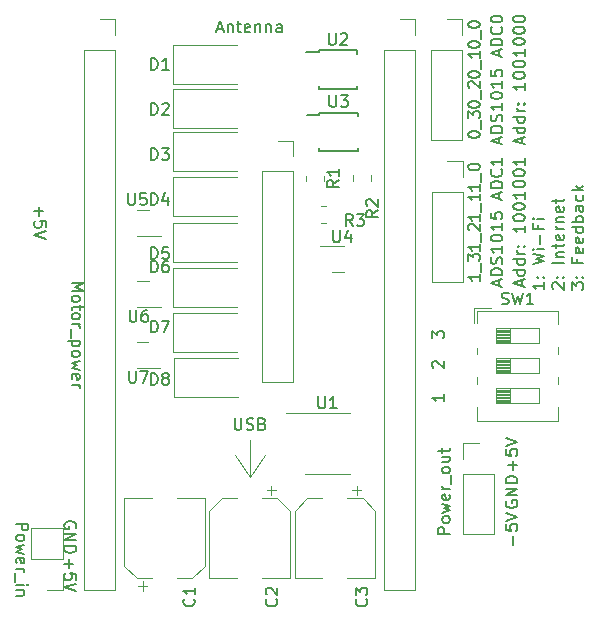
<source format=gbr>
%TF.GenerationSoftware,KiCad,Pcbnew,(5.1.10)-1*%
%TF.CreationDate,2022-01-17T10:12:51+08:00*%
%TF.ProjectId,armband_controller_ver2.0,61726d62-616e-4645-9f63-6f6e74726f6c,rev?*%
%TF.SameCoordinates,PX8a12ae0PY621abf0*%
%TF.FileFunction,Legend,Top*%
%TF.FilePolarity,Positive*%
%FSLAX46Y46*%
G04 Gerber Fmt 4.6, Leading zero omitted, Abs format (unit mm)*
G04 Created by KiCad (PCBNEW (5.1.10)-1) date 2022-01-17 10:12:51*
%MOMM*%
%LPD*%
G01*
G04 APERTURE LIST*
%ADD10C,0.150000*%
%ADD11C,0.120000*%
G04 APERTURE END LIST*
D10*
X45284380Y28545405D02*
X45284380Y27973977D01*
X45284380Y28259691D02*
X44284380Y28259691D01*
X44427238Y28164453D01*
X44522476Y28069215D01*
X44570095Y27973977D01*
X45189142Y28973977D02*
X45236761Y29021596D01*
X45284380Y28973977D01*
X45236761Y28926358D01*
X45189142Y28973977D01*
X45284380Y28973977D01*
X44665333Y28973977D02*
X44712952Y29021596D01*
X44760571Y28973977D01*
X44712952Y28926358D01*
X44665333Y28973977D01*
X44760571Y28973977D01*
X44284380Y30116834D02*
X45284380Y30354929D01*
X44570095Y30545405D01*
X45284380Y30735881D01*
X44284380Y30973977D01*
X45284380Y31354929D02*
X44617714Y31354929D01*
X44284380Y31354929D02*
X44332000Y31307310D01*
X44379619Y31354929D01*
X44332000Y31402548D01*
X44284380Y31354929D01*
X44379619Y31354929D01*
X44903428Y31831120D02*
X44903428Y32593024D01*
X44760571Y33402548D02*
X44760571Y33069215D01*
X45284380Y33069215D02*
X44284380Y33069215D01*
X44284380Y33545405D01*
X45284380Y33926358D02*
X44617714Y33926358D01*
X44284380Y33926358D02*
X44332000Y33878739D01*
X44379619Y33926358D01*
X44332000Y33973977D01*
X44284380Y33926358D01*
X44379619Y33926358D01*
X46029619Y27973977D02*
X45982000Y28021596D01*
X45934380Y28116834D01*
X45934380Y28354929D01*
X45982000Y28450167D01*
X46029619Y28497786D01*
X46124857Y28545405D01*
X46220095Y28545405D01*
X46362952Y28497786D01*
X46934380Y27926358D01*
X46934380Y28545405D01*
X46839142Y28973977D02*
X46886761Y29021596D01*
X46934380Y28973977D01*
X46886761Y28926358D01*
X46839142Y28973977D01*
X46934380Y28973977D01*
X46315333Y28973977D02*
X46362952Y29021596D01*
X46410571Y28973977D01*
X46362952Y28926358D01*
X46315333Y28973977D01*
X46410571Y28973977D01*
X46934380Y30212072D02*
X45934380Y30212072D01*
X46267714Y30688262D02*
X46934380Y30688262D01*
X46362952Y30688262D02*
X46315333Y30735881D01*
X46267714Y30831120D01*
X46267714Y30973977D01*
X46315333Y31069215D01*
X46410571Y31116834D01*
X46934380Y31116834D01*
X46267714Y31450167D02*
X46267714Y31831120D01*
X45934380Y31593024D02*
X46791523Y31593024D01*
X46886761Y31640643D01*
X46934380Y31735881D01*
X46934380Y31831120D01*
X46886761Y32545405D02*
X46934380Y32450167D01*
X46934380Y32259691D01*
X46886761Y32164453D01*
X46791523Y32116834D01*
X46410571Y32116834D01*
X46315333Y32164453D01*
X46267714Y32259691D01*
X46267714Y32450167D01*
X46315333Y32545405D01*
X46410571Y32593024D01*
X46505809Y32593024D01*
X46601047Y32116834D01*
X46934380Y33021596D02*
X46267714Y33021596D01*
X46458190Y33021596D02*
X46362952Y33069215D01*
X46315333Y33116834D01*
X46267714Y33212072D01*
X46267714Y33307310D01*
X46267714Y33640643D02*
X46934380Y33640643D01*
X46362952Y33640643D02*
X46315333Y33688262D01*
X46267714Y33783500D01*
X46267714Y33926358D01*
X46315333Y34021596D01*
X46410571Y34069215D01*
X46934380Y34069215D01*
X46886761Y34926358D02*
X46934380Y34831120D01*
X46934380Y34640643D01*
X46886761Y34545405D01*
X46791523Y34497786D01*
X46410571Y34497786D01*
X46315333Y34545405D01*
X46267714Y34640643D01*
X46267714Y34831120D01*
X46315333Y34926358D01*
X46410571Y34973977D01*
X46505809Y34973977D01*
X46601047Y34497786D01*
X46267714Y35259691D02*
X46267714Y35640643D01*
X45934380Y35402548D02*
X46791523Y35402548D01*
X46886761Y35450167D01*
X46934380Y35545405D01*
X46934380Y35640643D01*
X47584380Y27926358D02*
X47584380Y28545405D01*
X47965333Y28212072D01*
X47965333Y28354929D01*
X48012952Y28450167D01*
X48060571Y28497786D01*
X48155809Y28545405D01*
X48393904Y28545405D01*
X48489142Y28497786D01*
X48536761Y28450167D01*
X48584380Y28354929D01*
X48584380Y28069215D01*
X48536761Y27973977D01*
X48489142Y27926358D01*
X48489142Y28973977D02*
X48536761Y29021596D01*
X48584380Y28973977D01*
X48536761Y28926358D01*
X48489142Y28973977D01*
X48584380Y28973977D01*
X47965333Y28973977D02*
X48012952Y29021596D01*
X48060571Y28973977D01*
X48012952Y28926358D01*
X47965333Y28973977D01*
X48060571Y28973977D01*
X48060571Y30545405D02*
X48060571Y30212072D01*
X48584380Y30212072D02*
X47584380Y30212072D01*
X47584380Y30688262D01*
X48536761Y31450167D02*
X48584380Y31354929D01*
X48584380Y31164453D01*
X48536761Y31069215D01*
X48441523Y31021596D01*
X48060571Y31021596D01*
X47965333Y31069215D01*
X47917714Y31164453D01*
X47917714Y31354929D01*
X47965333Y31450167D01*
X48060571Y31497786D01*
X48155809Y31497786D01*
X48251047Y31021596D01*
X48536761Y32307310D02*
X48584380Y32212072D01*
X48584380Y32021596D01*
X48536761Y31926358D01*
X48441523Y31878739D01*
X48060571Y31878739D01*
X47965333Y31926358D01*
X47917714Y32021596D01*
X47917714Y32212072D01*
X47965333Y32307310D01*
X48060571Y32354929D01*
X48155809Y32354929D01*
X48251047Y31878739D01*
X48584380Y33212072D02*
X47584380Y33212072D01*
X48536761Y33212072D02*
X48584380Y33116834D01*
X48584380Y32926358D01*
X48536761Y32831120D01*
X48489142Y32783500D01*
X48393904Y32735881D01*
X48108190Y32735881D01*
X48012952Y32783500D01*
X47965333Y32831120D01*
X47917714Y32926358D01*
X47917714Y33116834D01*
X47965333Y33212072D01*
X48584380Y33688262D02*
X47584380Y33688262D01*
X47965333Y33688262D02*
X47917714Y33783500D01*
X47917714Y33973977D01*
X47965333Y34069215D01*
X48012952Y34116834D01*
X48108190Y34164453D01*
X48393904Y34164453D01*
X48489142Y34116834D01*
X48536761Y34069215D01*
X48584380Y33973977D01*
X48584380Y33783500D01*
X48536761Y33688262D01*
X48584380Y35021596D02*
X48060571Y35021596D01*
X47965333Y34973977D01*
X47917714Y34878739D01*
X47917714Y34688262D01*
X47965333Y34593024D01*
X48536761Y35021596D02*
X48584380Y34926358D01*
X48584380Y34688262D01*
X48536761Y34593024D01*
X48441523Y34545405D01*
X48346285Y34545405D01*
X48251047Y34593024D01*
X48203428Y34688262D01*
X48203428Y34926358D01*
X48155809Y35021596D01*
X48536761Y35926358D02*
X48584380Y35831120D01*
X48584380Y35640643D01*
X48536761Y35545405D01*
X48489142Y35497786D01*
X48393904Y35450167D01*
X48108190Y35450167D01*
X48012952Y35497786D01*
X47965333Y35545405D01*
X47917714Y35640643D01*
X47917714Y35831120D01*
X47965333Y35926358D01*
X48584380Y36354929D02*
X47584380Y36354929D01*
X48203428Y36450167D02*
X48584380Y36735881D01*
X47917714Y36735881D02*
X48298666Y36354929D01*
X35774380Y23796667D02*
X35774380Y24415715D01*
X36155333Y24082381D01*
X36155333Y24225239D01*
X36202952Y24320477D01*
X36250571Y24368096D01*
X36345809Y24415715D01*
X36583904Y24415715D01*
X36679142Y24368096D01*
X36726761Y24320477D01*
X36774380Y24225239D01*
X36774380Y23939524D01*
X36726761Y23844286D01*
X36679142Y23796667D01*
X35869619Y21304286D02*
X35822000Y21351905D01*
X35774380Y21447143D01*
X35774380Y21685239D01*
X35822000Y21780477D01*
X35869619Y21828096D01*
X35964857Y21875715D01*
X36060095Y21875715D01*
X36202952Y21828096D01*
X36774380Y21256667D01*
X36774380Y21875715D01*
X36774380Y19081715D02*
X36774380Y18510286D01*
X36774380Y18796000D02*
X35774380Y18796000D01*
X35917238Y18700762D01*
X36012476Y18605524D01*
X36060095Y18510286D01*
X17558095Y49998334D02*
X18034285Y49998334D01*
X17462857Y49712620D02*
X17796190Y50712620D01*
X18129523Y49712620D01*
X18462857Y50379286D02*
X18462857Y49712620D01*
X18462857Y50284048D02*
X18510476Y50331667D01*
X18605714Y50379286D01*
X18748571Y50379286D01*
X18843809Y50331667D01*
X18891428Y50236429D01*
X18891428Y49712620D01*
X19224761Y50379286D02*
X19605714Y50379286D01*
X19367619Y50712620D02*
X19367619Y49855477D01*
X19415238Y49760239D01*
X19510476Y49712620D01*
X19605714Y49712620D01*
X20320000Y49760239D02*
X20224761Y49712620D01*
X20034285Y49712620D01*
X19939047Y49760239D01*
X19891428Y49855477D01*
X19891428Y50236429D01*
X19939047Y50331667D01*
X20034285Y50379286D01*
X20224761Y50379286D01*
X20320000Y50331667D01*
X20367619Y50236429D01*
X20367619Y50141191D01*
X19891428Y50045953D01*
X20796190Y50379286D02*
X20796190Y49712620D01*
X20796190Y50284048D02*
X20843809Y50331667D01*
X20939047Y50379286D01*
X21081904Y50379286D01*
X21177142Y50331667D01*
X21224761Y50236429D01*
X21224761Y49712620D01*
X21700952Y50379286D02*
X21700952Y49712620D01*
X21700952Y50284048D02*
X21748571Y50331667D01*
X21843809Y50379286D01*
X21986666Y50379286D01*
X22081904Y50331667D01*
X22129523Y50236429D01*
X22129523Y49712620D01*
X23034285Y49712620D02*
X23034285Y50236429D01*
X22986666Y50331667D01*
X22891428Y50379286D01*
X22700952Y50379286D01*
X22605714Y50331667D01*
X23034285Y49760239D02*
X22939047Y49712620D01*
X22700952Y49712620D01*
X22605714Y49760239D01*
X22558095Y49855477D01*
X22558095Y49950715D01*
X22605714Y50045953D01*
X22700952Y50093572D01*
X22939047Y50093572D01*
X23034285Y50141191D01*
D11*
X20320000Y12065000D02*
X21590000Y13970000D01*
X20320000Y12065000D02*
X19050000Y13970000D01*
X20320000Y15240000D02*
X20320000Y12065000D01*
D10*
X19058095Y17057620D02*
X19058095Y16248096D01*
X19105714Y16152858D01*
X19153333Y16105239D01*
X19248571Y16057620D01*
X19439047Y16057620D01*
X19534285Y16105239D01*
X19581904Y16152858D01*
X19629523Y16248096D01*
X19629523Y17057620D01*
X20058095Y16105239D02*
X20200952Y16057620D01*
X20439047Y16057620D01*
X20534285Y16105239D01*
X20581904Y16152858D01*
X20629523Y16248096D01*
X20629523Y16343334D01*
X20581904Y16438572D01*
X20534285Y16486191D01*
X20439047Y16533810D01*
X20248571Y16581429D01*
X20153333Y16629048D01*
X20105714Y16676667D01*
X20058095Y16771905D01*
X20058095Y16867143D01*
X20105714Y16962381D01*
X20153333Y17010000D01*
X20248571Y17057620D01*
X20486666Y17057620D01*
X20629523Y17010000D01*
X21391428Y16581429D02*
X21534285Y16533810D01*
X21581904Y16486191D01*
X21629523Y16390953D01*
X21629523Y16248096D01*
X21581904Y16152858D01*
X21534285Y16105239D01*
X21439047Y16057620D01*
X21058095Y16057620D01*
X21058095Y17057620D01*
X21391428Y17057620D01*
X21486666Y17010000D01*
X21534285Y16962381D01*
X21581904Y16867143D01*
X21581904Y16771905D01*
X21534285Y16676667D01*
X21486666Y16629048D01*
X21391428Y16581429D01*
X21058095Y16581429D01*
X2468571Y34940715D02*
X2468571Y34178810D01*
X2087619Y34559762D02*
X2849523Y34559762D01*
X3087619Y33226429D02*
X3087619Y33702620D01*
X2611428Y33750239D01*
X2659047Y33702620D01*
X2706666Y33607381D01*
X2706666Y33369286D01*
X2659047Y33274048D01*
X2611428Y33226429D01*
X2516190Y33178810D01*
X2278095Y33178810D01*
X2182857Y33226429D01*
X2135238Y33274048D01*
X2087619Y33369286D01*
X2087619Y33607381D01*
X2135238Y33702620D01*
X2182857Y33750239D01*
X3087619Y32893096D02*
X2087619Y32559762D01*
X3087619Y32226429D01*
X5262619Y28510953D02*
X6262619Y28510953D01*
X5548333Y28177620D01*
X6262619Y27844286D01*
X5262619Y27844286D01*
X5262619Y27225239D02*
X5310238Y27320477D01*
X5357857Y27368096D01*
X5453095Y27415715D01*
X5738809Y27415715D01*
X5834047Y27368096D01*
X5881666Y27320477D01*
X5929285Y27225239D01*
X5929285Y27082381D01*
X5881666Y26987143D01*
X5834047Y26939524D01*
X5738809Y26891905D01*
X5453095Y26891905D01*
X5357857Y26939524D01*
X5310238Y26987143D01*
X5262619Y27082381D01*
X5262619Y27225239D01*
X5929285Y26606191D02*
X5929285Y26225239D01*
X6262619Y26463334D02*
X5405476Y26463334D01*
X5310238Y26415715D01*
X5262619Y26320477D01*
X5262619Y26225239D01*
X5262619Y25749048D02*
X5310238Y25844286D01*
X5357857Y25891905D01*
X5453095Y25939524D01*
X5738809Y25939524D01*
X5834047Y25891905D01*
X5881666Y25844286D01*
X5929285Y25749048D01*
X5929285Y25606191D01*
X5881666Y25510953D01*
X5834047Y25463334D01*
X5738809Y25415715D01*
X5453095Y25415715D01*
X5357857Y25463334D01*
X5310238Y25510953D01*
X5262619Y25606191D01*
X5262619Y25749048D01*
X5262619Y24987143D02*
X5929285Y24987143D01*
X5738809Y24987143D02*
X5834047Y24939524D01*
X5881666Y24891905D01*
X5929285Y24796667D01*
X5929285Y24701429D01*
X5167380Y24606191D02*
X5167380Y23844286D01*
X5929285Y23606191D02*
X4929285Y23606191D01*
X5881666Y23606191D02*
X5929285Y23510953D01*
X5929285Y23320477D01*
X5881666Y23225239D01*
X5834047Y23177620D01*
X5738809Y23130000D01*
X5453095Y23130000D01*
X5357857Y23177620D01*
X5310238Y23225239D01*
X5262619Y23320477D01*
X5262619Y23510953D01*
X5310238Y23606191D01*
X5262619Y22558572D02*
X5310238Y22653810D01*
X5357857Y22701429D01*
X5453095Y22749048D01*
X5738809Y22749048D01*
X5834047Y22701429D01*
X5881666Y22653810D01*
X5929285Y22558572D01*
X5929285Y22415715D01*
X5881666Y22320477D01*
X5834047Y22272858D01*
X5738809Y22225239D01*
X5453095Y22225239D01*
X5357857Y22272858D01*
X5310238Y22320477D01*
X5262619Y22415715D01*
X5262619Y22558572D01*
X5929285Y21891905D02*
X5262619Y21701429D01*
X5738809Y21510953D01*
X5262619Y21320477D01*
X5929285Y21130000D01*
X5310238Y20368096D02*
X5262619Y20463334D01*
X5262619Y20653810D01*
X5310238Y20749048D01*
X5405476Y20796667D01*
X5786428Y20796667D01*
X5881666Y20749048D01*
X5929285Y20653810D01*
X5929285Y20463334D01*
X5881666Y20368096D01*
X5786428Y20320477D01*
X5691190Y20320477D01*
X5595952Y20796667D01*
X5262619Y19891905D02*
X5929285Y19891905D01*
X5738809Y19891905D02*
X5834047Y19844286D01*
X5881666Y19796667D01*
X5929285Y19701429D01*
X5929285Y19606191D01*
X5008571Y5095715D02*
X5008571Y4333810D01*
X4627619Y4714762D02*
X5389523Y4714762D01*
X5627619Y3381429D02*
X5627619Y3857620D01*
X5151428Y3905239D01*
X5199047Y3857620D01*
X5246666Y3762381D01*
X5246666Y3524286D01*
X5199047Y3429048D01*
X5151428Y3381429D01*
X5056190Y3333810D01*
X4818095Y3333810D01*
X4722857Y3381429D01*
X4675238Y3429048D01*
X4627619Y3524286D01*
X4627619Y3762381D01*
X4675238Y3857620D01*
X4722857Y3905239D01*
X5627619Y3048096D02*
X4627619Y2714762D01*
X5627619Y2381429D01*
X5580000Y7746905D02*
X5627619Y7842143D01*
X5627619Y7985000D01*
X5580000Y8127858D01*
X5484761Y8223096D01*
X5389523Y8270715D01*
X5199047Y8318334D01*
X5056190Y8318334D01*
X4865714Y8270715D01*
X4770476Y8223096D01*
X4675238Y8127858D01*
X4627619Y7985000D01*
X4627619Y7889762D01*
X4675238Y7746905D01*
X4722857Y7699286D01*
X5056190Y7699286D01*
X5056190Y7889762D01*
X4627619Y7270715D02*
X5627619Y7270715D01*
X4627619Y6699286D01*
X5627619Y6699286D01*
X4627619Y6223096D02*
X5627619Y6223096D01*
X5627619Y5985000D01*
X5580000Y5842143D01*
X5484761Y5746905D01*
X5389523Y5699286D01*
X5199047Y5651667D01*
X5056190Y5651667D01*
X4865714Y5699286D01*
X4770476Y5746905D01*
X4675238Y5842143D01*
X4627619Y5985000D01*
X4627619Y6223096D01*
X42616428Y6334286D02*
X42616428Y7096191D01*
X41997380Y8048572D02*
X41997380Y7572381D01*
X42473571Y7524762D01*
X42425952Y7572381D01*
X42378333Y7667620D01*
X42378333Y7905715D01*
X42425952Y8000953D01*
X42473571Y8048572D01*
X42568809Y8096191D01*
X42806904Y8096191D01*
X42902142Y8048572D01*
X42949761Y8000953D01*
X42997380Y7905715D01*
X42997380Y7667620D01*
X42949761Y7572381D01*
X42902142Y7524762D01*
X41997380Y8381905D02*
X42997380Y8715239D01*
X41997380Y9048572D01*
X42045000Y10033096D02*
X41997380Y9937858D01*
X41997380Y9795000D01*
X42045000Y9652143D01*
X42140238Y9556905D01*
X42235476Y9509286D01*
X42425952Y9461667D01*
X42568809Y9461667D01*
X42759285Y9509286D01*
X42854523Y9556905D01*
X42949761Y9652143D01*
X42997380Y9795000D01*
X42997380Y9890239D01*
X42949761Y10033096D01*
X42902142Y10080715D01*
X42568809Y10080715D01*
X42568809Y9890239D01*
X42997380Y10509286D02*
X41997380Y10509286D01*
X42997380Y11080715D01*
X41997380Y11080715D01*
X42997380Y11556905D02*
X41997380Y11556905D01*
X41997380Y11795000D01*
X42045000Y11937858D01*
X42140238Y12033096D01*
X42235476Y12080715D01*
X42425952Y12128334D01*
X42568809Y12128334D01*
X42759285Y12080715D01*
X42854523Y12033096D01*
X42949761Y11937858D01*
X42997380Y11795000D01*
X42997380Y11556905D01*
X42616428Y12684286D02*
X42616428Y13446191D01*
X42997380Y13065239D02*
X42235476Y13065239D01*
X41997380Y14398572D02*
X41997380Y13922381D01*
X42473571Y13874762D01*
X42425952Y13922381D01*
X42378333Y14017620D01*
X42378333Y14255715D01*
X42425952Y14350953D01*
X42473571Y14398572D01*
X42568809Y14446191D01*
X42806904Y14446191D01*
X42902142Y14398572D01*
X42949761Y14350953D01*
X42997380Y14255715D01*
X42997380Y14017620D01*
X42949761Y13922381D01*
X42902142Y13874762D01*
X41997380Y14731905D02*
X42997380Y15065239D01*
X41997380Y15398572D01*
X39822380Y29273572D02*
X39822380Y28702143D01*
X39822380Y28987858D02*
X38822380Y28987858D01*
X38965238Y28892620D01*
X39060476Y28797381D01*
X39108095Y28702143D01*
X39917619Y29464048D02*
X39917619Y30225953D01*
X38822380Y30368810D02*
X38822380Y30987858D01*
X39203333Y30654524D01*
X39203333Y30797381D01*
X39250952Y30892620D01*
X39298571Y30940239D01*
X39393809Y30987858D01*
X39631904Y30987858D01*
X39727142Y30940239D01*
X39774761Y30892620D01*
X39822380Y30797381D01*
X39822380Y30511667D01*
X39774761Y30416429D01*
X39727142Y30368810D01*
X39822380Y31813572D02*
X39822380Y31242143D01*
X39822380Y31527858D02*
X38822380Y31527858D01*
X38965238Y31432620D01*
X39060476Y31337381D01*
X39108095Y31242143D01*
X39917619Y32004048D02*
X39917619Y32765953D01*
X38917619Y32956429D02*
X38870000Y33004048D01*
X38822380Y33099286D01*
X38822380Y33337381D01*
X38870000Y33432620D01*
X38917619Y33480239D01*
X39012857Y33527858D01*
X39108095Y33527858D01*
X39250952Y33480239D01*
X39822380Y32908810D01*
X39822380Y33527858D01*
X39822380Y34353572D02*
X39822380Y33782143D01*
X39822380Y34067858D02*
X38822380Y34067858D01*
X38965238Y33972620D01*
X39060476Y33877381D01*
X39108095Y33782143D01*
X39917619Y34544048D02*
X39917619Y35305953D01*
X39822380Y36067858D02*
X39822380Y35496429D01*
X39822380Y35782143D02*
X38822380Y35782143D01*
X38965238Y35686905D01*
X39060476Y35591667D01*
X39108095Y35496429D01*
X39822380Y36893572D02*
X39822380Y36322143D01*
X39822380Y36607858D02*
X38822380Y36607858D01*
X38965238Y36512620D01*
X39060476Y36417381D01*
X39108095Y36322143D01*
X39917619Y37084048D02*
X39917619Y37845953D01*
X38822380Y38274524D02*
X38822380Y38369762D01*
X38870000Y38465000D01*
X38917619Y38512620D01*
X39012857Y38560239D01*
X39203333Y38607858D01*
X39441428Y38607858D01*
X39631904Y38560239D01*
X39727142Y38512620D01*
X39774761Y38465000D01*
X39822380Y38369762D01*
X39822380Y38274524D01*
X39774761Y38179286D01*
X39727142Y38131667D01*
X39631904Y38084048D01*
X39441428Y38036429D01*
X39203333Y38036429D01*
X39012857Y38084048D01*
X38917619Y38131667D01*
X38870000Y38179286D01*
X38822380Y38274524D01*
X38822380Y41005239D02*
X38822380Y41100477D01*
X38870000Y41195715D01*
X38917619Y41243334D01*
X39012857Y41290953D01*
X39203333Y41338572D01*
X39441428Y41338572D01*
X39631904Y41290953D01*
X39727142Y41243334D01*
X39774761Y41195715D01*
X39822380Y41100477D01*
X39822380Y41005239D01*
X39774761Y40910000D01*
X39727142Y40862381D01*
X39631904Y40814762D01*
X39441428Y40767143D01*
X39203333Y40767143D01*
X39012857Y40814762D01*
X38917619Y40862381D01*
X38870000Y40910000D01*
X38822380Y41005239D01*
X39917619Y41529048D02*
X39917619Y42290953D01*
X38822380Y42433810D02*
X38822380Y43052858D01*
X39203333Y42719524D01*
X39203333Y42862381D01*
X39250952Y42957620D01*
X39298571Y43005239D01*
X39393809Y43052858D01*
X39631904Y43052858D01*
X39727142Y43005239D01*
X39774761Y42957620D01*
X39822380Y42862381D01*
X39822380Y42576667D01*
X39774761Y42481429D01*
X39727142Y42433810D01*
X38822380Y43545239D02*
X38822380Y43640477D01*
X38870000Y43735715D01*
X38917619Y43783334D01*
X39012857Y43830953D01*
X39203333Y43878572D01*
X39441428Y43878572D01*
X39631904Y43830953D01*
X39727142Y43783334D01*
X39774761Y43735715D01*
X39822380Y43640477D01*
X39822380Y43545239D01*
X39774761Y43450000D01*
X39727142Y43402381D01*
X39631904Y43354762D01*
X39441428Y43307143D01*
X39203333Y43307143D01*
X39012857Y43354762D01*
X38917619Y43402381D01*
X38870000Y43450000D01*
X38822380Y43545239D01*
X39917619Y44069048D02*
X39917619Y44830953D01*
X38917619Y45021429D02*
X38870000Y45069048D01*
X38822380Y45164286D01*
X38822380Y45402381D01*
X38870000Y45497620D01*
X38917619Y45545239D01*
X39012857Y45592858D01*
X39108095Y45592858D01*
X39250952Y45545239D01*
X39822380Y44973810D01*
X39822380Y45592858D01*
X38822380Y46085239D02*
X38822380Y46180477D01*
X38870000Y46275715D01*
X38917619Y46323334D01*
X39012857Y46370953D01*
X39203333Y46418572D01*
X39441428Y46418572D01*
X39631904Y46370953D01*
X39727142Y46323334D01*
X39774761Y46275715D01*
X39822380Y46180477D01*
X39822380Y46085239D01*
X39774761Y45990000D01*
X39727142Y45942381D01*
X39631904Y45894762D01*
X39441428Y45847143D01*
X39203333Y45847143D01*
X39012857Y45894762D01*
X38917619Y45942381D01*
X38870000Y45990000D01*
X38822380Y46085239D01*
X39917619Y46609048D02*
X39917619Y47370953D01*
X39822380Y48132858D02*
X39822380Y47561429D01*
X39822380Y47847143D02*
X38822380Y47847143D01*
X38965238Y47751905D01*
X39060476Y47656667D01*
X39108095Y47561429D01*
X38822380Y48625239D02*
X38822380Y48720477D01*
X38870000Y48815715D01*
X38917619Y48863334D01*
X39012857Y48910953D01*
X39203333Y48958572D01*
X39441428Y48958572D01*
X39631904Y48910953D01*
X39727142Y48863334D01*
X39774761Y48815715D01*
X39822380Y48720477D01*
X39822380Y48625239D01*
X39774761Y48530000D01*
X39727142Y48482381D01*
X39631904Y48434762D01*
X39441428Y48387143D01*
X39203333Y48387143D01*
X39012857Y48434762D01*
X38917619Y48482381D01*
X38870000Y48530000D01*
X38822380Y48625239D01*
X39917619Y49149048D02*
X39917619Y49910953D01*
X38822380Y50339524D02*
X38822380Y50434762D01*
X38870000Y50530000D01*
X38917619Y50577620D01*
X39012857Y50625239D01*
X39203333Y50672858D01*
X39441428Y50672858D01*
X39631904Y50625239D01*
X39727142Y50577620D01*
X39774761Y50530000D01*
X39822380Y50434762D01*
X39822380Y50339524D01*
X39774761Y50244286D01*
X39727142Y50196667D01*
X39631904Y50149048D01*
X39441428Y50101429D01*
X39203333Y50101429D01*
X39012857Y50149048D01*
X38917619Y50196667D01*
X38870000Y50244286D01*
X38822380Y50339524D01*
X43346666Y28250239D02*
X43346666Y28726429D01*
X43632380Y28155000D02*
X42632380Y28488334D01*
X43632380Y28821667D01*
X43632380Y29583572D02*
X42632380Y29583572D01*
X43584761Y29583572D02*
X43632380Y29488334D01*
X43632380Y29297858D01*
X43584761Y29202620D01*
X43537142Y29155000D01*
X43441904Y29107381D01*
X43156190Y29107381D01*
X43060952Y29155000D01*
X43013333Y29202620D01*
X42965714Y29297858D01*
X42965714Y29488334D01*
X43013333Y29583572D01*
X43632380Y30488334D02*
X42632380Y30488334D01*
X43584761Y30488334D02*
X43632380Y30393096D01*
X43632380Y30202620D01*
X43584761Y30107381D01*
X43537142Y30059762D01*
X43441904Y30012143D01*
X43156190Y30012143D01*
X43060952Y30059762D01*
X43013333Y30107381D01*
X42965714Y30202620D01*
X42965714Y30393096D01*
X43013333Y30488334D01*
X43632380Y30964524D02*
X42965714Y30964524D01*
X43156190Y30964524D02*
X43060952Y31012143D01*
X43013333Y31059762D01*
X42965714Y31155000D01*
X42965714Y31250239D01*
X43537142Y31583572D02*
X43584761Y31631191D01*
X43632380Y31583572D01*
X43584761Y31535953D01*
X43537142Y31583572D01*
X43632380Y31583572D01*
X43013333Y31583572D02*
X43060952Y31631191D01*
X43108571Y31583572D01*
X43060952Y31535953D01*
X43013333Y31583572D01*
X43108571Y31583572D01*
X43632380Y33345477D02*
X43632380Y32774048D01*
X43632380Y33059762D02*
X42632380Y33059762D01*
X42775238Y32964524D01*
X42870476Y32869286D01*
X42918095Y32774048D01*
X42632380Y33964524D02*
X42632380Y34059762D01*
X42680000Y34155000D01*
X42727619Y34202620D01*
X42822857Y34250239D01*
X43013333Y34297858D01*
X43251428Y34297858D01*
X43441904Y34250239D01*
X43537142Y34202620D01*
X43584761Y34155000D01*
X43632380Y34059762D01*
X43632380Y33964524D01*
X43584761Y33869286D01*
X43537142Y33821667D01*
X43441904Y33774048D01*
X43251428Y33726429D01*
X43013333Y33726429D01*
X42822857Y33774048D01*
X42727619Y33821667D01*
X42680000Y33869286D01*
X42632380Y33964524D01*
X42632380Y34916905D02*
X42632380Y35012143D01*
X42680000Y35107381D01*
X42727619Y35155000D01*
X42822857Y35202620D01*
X43013333Y35250239D01*
X43251428Y35250239D01*
X43441904Y35202620D01*
X43537142Y35155000D01*
X43584761Y35107381D01*
X43632380Y35012143D01*
X43632380Y34916905D01*
X43584761Y34821667D01*
X43537142Y34774048D01*
X43441904Y34726429D01*
X43251428Y34678810D01*
X43013333Y34678810D01*
X42822857Y34726429D01*
X42727619Y34774048D01*
X42680000Y34821667D01*
X42632380Y34916905D01*
X43632380Y36202620D02*
X43632380Y35631191D01*
X43632380Y35916905D02*
X42632380Y35916905D01*
X42775238Y35821667D01*
X42870476Y35726429D01*
X42918095Y35631191D01*
X42632380Y36821667D02*
X42632380Y36916905D01*
X42680000Y37012143D01*
X42727619Y37059762D01*
X42822857Y37107381D01*
X43013333Y37155000D01*
X43251428Y37155000D01*
X43441904Y37107381D01*
X43537142Y37059762D01*
X43584761Y37012143D01*
X43632380Y36916905D01*
X43632380Y36821667D01*
X43584761Y36726429D01*
X43537142Y36678810D01*
X43441904Y36631191D01*
X43251428Y36583572D01*
X43013333Y36583572D01*
X42822857Y36631191D01*
X42727619Y36678810D01*
X42680000Y36726429D01*
X42632380Y36821667D01*
X42632380Y37774048D02*
X42632380Y37869286D01*
X42680000Y37964524D01*
X42727619Y38012143D01*
X42822857Y38059762D01*
X43013333Y38107381D01*
X43251428Y38107381D01*
X43441904Y38059762D01*
X43537142Y38012143D01*
X43584761Y37964524D01*
X43632380Y37869286D01*
X43632380Y37774048D01*
X43584761Y37678810D01*
X43537142Y37631191D01*
X43441904Y37583572D01*
X43251428Y37535953D01*
X43013333Y37535953D01*
X42822857Y37583572D01*
X42727619Y37631191D01*
X42680000Y37678810D01*
X42632380Y37774048D01*
X43632380Y39059762D02*
X43632380Y38488334D01*
X43632380Y38774048D02*
X42632380Y38774048D01*
X42775238Y38678810D01*
X42870476Y38583572D01*
X42918095Y38488334D01*
X43346666Y40315239D02*
X43346666Y40791429D01*
X43632380Y40220000D02*
X42632380Y40553334D01*
X43632380Y40886667D01*
X43632380Y41648572D02*
X42632380Y41648572D01*
X43584761Y41648572D02*
X43632380Y41553334D01*
X43632380Y41362858D01*
X43584761Y41267620D01*
X43537142Y41220000D01*
X43441904Y41172381D01*
X43156190Y41172381D01*
X43060952Y41220000D01*
X43013333Y41267620D01*
X42965714Y41362858D01*
X42965714Y41553334D01*
X43013333Y41648572D01*
X43632380Y42553334D02*
X42632380Y42553334D01*
X43584761Y42553334D02*
X43632380Y42458096D01*
X43632380Y42267620D01*
X43584761Y42172381D01*
X43537142Y42124762D01*
X43441904Y42077143D01*
X43156190Y42077143D01*
X43060952Y42124762D01*
X43013333Y42172381D01*
X42965714Y42267620D01*
X42965714Y42458096D01*
X43013333Y42553334D01*
X43632380Y43029524D02*
X42965714Y43029524D01*
X43156190Y43029524D02*
X43060952Y43077143D01*
X43013333Y43124762D01*
X42965714Y43220000D01*
X42965714Y43315239D01*
X43537142Y43648572D02*
X43584761Y43696191D01*
X43632380Y43648572D01*
X43584761Y43600953D01*
X43537142Y43648572D01*
X43632380Y43648572D01*
X43013333Y43648572D02*
X43060952Y43696191D01*
X43108571Y43648572D01*
X43060952Y43600953D01*
X43013333Y43648572D01*
X43108571Y43648572D01*
X43632380Y45410477D02*
X43632380Y44839048D01*
X43632380Y45124762D02*
X42632380Y45124762D01*
X42775238Y45029524D01*
X42870476Y44934286D01*
X42918095Y44839048D01*
X42632380Y46029524D02*
X42632380Y46124762D01*
X42680000Y46220000D01*
X42727619Y46267620D01*
X42822857Y46315239D01*
X43013333Y46362858D01*
X43251428Y46362858D01*
X43441904Y46315239D01*
X43537142Y46267620D01*
X43584761Y46220000D01*
X43632380Y46124762D01*
X43632380Y46029524D01*
X43584761Y45934286D01*
X43537142Y45886667D01*
X43441904Y45839048D01*
X43251428Y45791429D01*
X43013333Y45791429D01*
X42822857Y45839048D01*
X42727619Y45886667D01*
X42680000Y45934286D01*
X42632380Y46029524D01*
X42632380Y46981905D02*
X42632380Y47077143D01*
X42680000Y47172381D01*
X42727619Y47220000D01*
X42822857Y47267620D01*
X43013333Y47315239D01*
X43251428Y47315239D01*
X43441904Y47267620D01*
X43537142Y47220000D01*
X43584761Y47172381D01*
X43632380Y47077143D01*
X43632380Y46981905D01*
X43584761Y46886667D01*
X43537142Y46839048D01*
X43441904Y46791429D01*
X43251428Y46743810D01*
X43013333Y46743810D01*
X42822857Y46791429D01*
X42727619Y46839048D01*
X42680000Y46886667D01*
X42632380Y46981905D01*
X43632380Y48267620D02*
X43632380Y47696191D01*
X43632380Y47981905D02*
X42632380Y47981905D01*
X42775238Y47886667D01*
X42870476Y47791429D01*
X42918095Y47696191D01*
X42632380Y48886667D02*
X42632380Y48981905D01*
X42680000Y49077143D01*
X42727619Y49124762D01*
X42822857Y49172381D01*
X43013333Y49220000D01*
X43251428Y49220000D01*
X43441904Y49172381D01*
X43537142Y49124762D01*
X43584761Y49077143D01*
X43632380Y48981905D01*
X43632380Y48886667D01*
X43584761Y48791429D01*
X43537142Y48743810D01*
X43441904Y48696191D01*
X43251428Y48648572D01*
X43013333Y48648572D01*
X42822857Y48696191D01*
X42727619Y48743810D01*
X42680000Y48791429D01*
X42632380Y48886667D01*
X42632380Y49839048D02*
X42632380Y49934286D01*
X42680000Y50029524D01*
X42727619Y50077143D01*
X42822857Y50124762D01*
X43013333Y50172381D01*
X43251428Y50172381D01*
X43441904Y50124762D01*
X43537142Y50077143D01*
X43584761Y50029524D01*
X43632380Y49934286D01*
X43632380Y49839048D01*
X43584761Y49743810D01*
X43537142Y49696191D01*
X43441904Y49648572D01*
X43251428Y49600953D01*
X43013333Y49600953D01*
X42822857Y49648572D01*
X42727619Y49696191D01*
X42680000Y49743810D01*
X42632380Y49839048D01*
X42632380Y50791429D02*
X42632380Y50886667D01*
X42680000Y50981905D01*
X42727619Y51029524D01*
X42822857Y51077143D01*
X43013333Y51124762D01*
X43251428Y51124762D01*
X43441904Y51077143D01*
X43537142Y51029524D01*
X43584761Y50981905D01*
X43632380Y50886667D01*
X43632380Y50791429D01*
X43584761Y50696191D01*
X43537142Y50648572D01*
X43441904Y50600953D01*
X43251428Y50553334D01*
X43013333Y50553334D01*
X42822857Y50600953D01*
X42727619Y50648572D01*
X42680000Y50696191D01*
X42632380Y50791429D01*
X41441666Y28250239D02*
X41441666Y28726429D01*
X41727380Y28155000D02*
X40727380Y28488334D01*
X41727380Y28821667D01*
X41727380Y29155000D02*
X40727380Y29155000D01*
X40727380Y29393096D01*
X40775000Y29535953D01*
X40870238Y29631191D01*
X40965476Y29678810D01*
X41155952Y29726429D01*
X41298809Y29726429D01*
X41489285Y29678810D01*
X41584523Y29631191D01*
X41679761Y29535953D01*
X41727380Y29393096D01*
X41727380Y29155000D01*
X41679761Y30107381D02*
X41727380Y30250239D01*
X41727380Y30488334D01*
X41679761Y30583572D01*
X41632142Y30631191D01*
X41536904Y30678810D01*
X41441666Y30678810D01*
X41346428Y30631191D01*
X41298809Y30583572D01*
X41251190Y30488334D01*
X41203571Y30297858D01*
X41155952Y30202620D01*
X41108333Y30155000D01*
X41013095Y30107381D01*
X40917857Y30107381D01*
X40822619Y30155000D01*
X40775000Y30202620D01*
X40727380Y30297858D01*
X40727380Y30535953D01*
X40775000Y30678810D01*
X41727380Y31631191D02*
X41727380Y31059762D01*
X41727380Y31345477D02*
X40727380Y31345477D01*
X40870238Y31250239D01*
X40965476Y31155000D01*
X41013095Y31059762D01*
X40727380Y32250239D02*
X40727380Y32345477D01*
X40775000Y32440715D01*
X40822619Y32488334D01*
X40917857Y32535953D01*
X41108333Y32583572D01*
X41346428Y32583572D01*
X41536904Y32535953D01*
X41632142Y32488334D01*
X41679761Y32440715D01*
X41727380Y32345477D01*
X41727380Y32250239D01*
X41679761Y32155000D01*
X41632142Y32107381D01*
X41536904Y32059762D01*
X41346428Y32012143D01*
X41108333Y32012143D01*
X40917857Y32059762D01*
X40822619Y32107381D01*
X40775000Y32155000D01*
X40727380Y32250239D01*
X41727380Y33535953D02*
X41727380Y32964524D01*
X41727380Y33250239D02*
X40727380Y33250239D01*
X40870238Y33155000D01*
X40965476Y33059762D01*
X41013095Y32964524D01*
X40727380Y34440715D02*
X40727380Y33964524D01*
X41203571Y33916905D01*
X41155952Y33964524D01*
X41108333Y34059762D01*
X41108333Y34297858D01*
X41155952Y34393096D01*
X41203571Y34440715D01*
X41298809Y34488334D01*
X41536904Y34488334D01*
X41632142Y34440715D01*
X41679761Y34393096D01*
X41727380Y34297858D01*
X41727380Y34059762D01*
X41679761Y33964524D01*
X41632142Y33916905D01*
X41441666Y35631191D02*
X41441666Y36107381D01*
X41727380Y35535953D02*
X40727380Y35869286D01*
X41727380Y36202620D01*
X41727380Y36535953D02*
X40727380Y36535953D01*
X40727380Y36774048D01*
X40775000Y36916905D01*
X40870238Y37012143D01*
X40965476Y37059762D01*
X41155952Y37107381D01*
X41298809Y37107381D01*
X41489285Y37059762D01*
X41584523Y37012143D01*
X41679761Y36916905D01*
X41727380Y36774048D01*
X41727380Y36535953D01*
X41632142Y38107381D02*
X41679761Y38059762D01*
X41727380Y37916905D01*
X41727380Y37821667D01*
X41679761Y37678810D01*
X41584523Y37583572D01*
X41489285Y37535953D01*
X41298809Y37488334D01*
X41155952Y37488334D01*
X40965476Y37535953D01*
X40870238Y37583572D01*
X40775000Y37678810D01*
X40727380Y37821667D01*
X40727380Y37916905D01*
X40775000Y38059762D01*
X40822619Y38107381D01*
X41727380Y39059762D02*
X41727380Y38488334D01*
X41727380Y38774048D02*
X40727380Y38774048D01*
X40870238Y38678810D01*
X40965476Y38583572D01*
X41013095Y38488334D01*
X41441666Y40315239D02*
X41441666Y40791429D01*
X41727380Y40220000D02*
X40727380Y40553334D01*
X41727380Y40886667D01*
X41727380Y41220000D02*
X40727380Y41220000D01*
X40727380Y41458096D01*
X40775000Y41600953D01*
X40870238Y41696191D01*
X40965476Y41743810D01*
X41155952Y41791429D01*
X41298809Y41791429D01*
X41489285Y41743810D01*
X41584523Y41696191D01*
X41679761Y41600953D01*
X41727380Y41458096D01*
X41727380Y41220000D01*
X41679761Y42172381D02*
X41727380Y42315239D01*
X41727380Y42553334D01*
X41679761Y42648572D01*
X41632142Y42696191D01*
X41536904Y42743810D01*
X41441666Y42743810D01*
X41346428Y42696191D01*
X41298809Y42648572D01*
X41251190Y42553334D01*
X41203571Y42362858D01*
X41155952Y42267620D01*
X41108333Y42220000D01*
X41013095Y42172381D01*
X40917857Y42172381D01*
X40822619Y42220000D01*
X40775000Y42267620D01*
X40727380Y42362858D01*
X40727380Y42600953D01*
X40775000Y42743810D01*
X41727380Y43696191D02*
X41727380Y43124762D01*
X41727380Y43410477D02*
X40727380Y43410477D01*
X40870238Y43315239D01*
X40965476Y43220000D01*
X41013095Y43124762D01*
X40727380Y44315239D02*
X40727380Y44410477D01*
X40775000Y44505715D01*
X40822619Y44553334D01*
X40917857Y44600953D01*
X41108333Y44648572D01*
X41346428Y44648572D01*
X41536904Y44600953D01*
X41632142Y44553334D01*
X41679761Y44505715D01*
X41727380Y44410477D01*
X41727380Y44315239D01*
X41679761Y44220000D01*
X41632142Y44172381D01*
X41536904Y44124762D01*
X41346428Y44077143D01*
X41108333Y44077143D01*
X40917857Y44124762D01*
X40822619Y44172381D01*
X40775000Y44220000D01*
X40727380Y44315239D01*
X41727380Y45600953D02*
X41727380Y45029524D01*
X41727380Y45315239D02*
X40727380Y45315239D01*
X40870238Y45220000D01*
X40965476Y45124762D01*
X41013095Y45029524D01*
X40727380Y46505715D02*
X40727380Y46029524D01*
X41203571Y45981905D01*
X41155952Y46029524D01*
X41108333Y46124762D01*
X41108333Y46362858D01*
X41155952Y46458096D01*
X41203571Y46505715D01*
X41298809Y46553334D01*
X41536904Y46553334D01*
X41632142Y46505715D01*
X41679761Y46458096D01*
X41727380Y46362858D01*
X41727380Y46124762D01*
X41679761Y46029524D01*
X41632142Y45981905D01*
X41441666Y47696191D02*
X41441666Y48172381D01*
X41727380Y47600953D02*
X40727380Y47934286D01*
X41727380Y48267620D01*
X41727380Y48600953D02*
X40727380Y48600953D01*
X40727380Y48839048D01*
X40775000Y48981905D01*
X40870238Y49077143D01*
X40965476Y49124762D01*
X41155952Y49172381D01*
X41298809Y49172381D01*
X41489285Y49124762D01*
X41584523Y49077143D01*
X41679761Y48981905D01*
X41727380Y48839048D01*
X41727380Y48600953D01*
X41632142Y50172381D02*
X41679761Y50124762D01*
X41727380Y49981905D01*
X41727380Y49886667D01*
X41679761Y49743810D01*
X41584523Y49648572D01*
X41489285Y49600953D01*
X41298809Y49553334D01*
X41155952Y49553334D01*
X40965476Y49600953D01*
X40870238Y49648572D01*
X40775000Y49743810D01*
X40727380Y49886667D01*
X40727380Y49981905D01*
X40775000Y50124762D01*
X40822619Y50172381D01*
X40727380Y50791429D02*
X40727380Y50886667D01*
X40775000Y50981905D01*
X40822619Y51029524D01*
X40917857Y51077143D01*
X41108333Y51124762D01*
X41346428Y51124762D01*
X41536904Y51077143D01*
X41632142Y51029524D01*
X41679761Y50981905D01*
X41727380Y50886667D01*
X41727380Y50791429D01*
X41679761Y50696191D01*
X41632142Y50648572D01*
X41536904Y50600953D01*
X41346428Y50553334D01*
X41108333Y50553334D01*
X40917857Y50600953D01*
X40822619Y50648572D01*
X40775000Y50696191D01*
X40727380Y50791429D01*
D11*
%TO.C,U7*%
X12752200Y21282800D02*
X10752200Y21282800D01*
X10752200Y23522800D02*
X11752200Y23522800D01*
%TO.C,U6*%
X12803000Y26439000D02*
X10803000Y26439000D01*
X10803000Y28679000D02*
X11803000Y28679000D01*
%TO.C,U5*%
X12777600Y32458800D02*
X10777600Y32458800D01*
X10777600Y34698800D02*
X11777600Y34698800D01*
%TO.C,U4*%
X26287600Y31625400D02*
X28287600Y31625400D01*
X28287600Y29385400D02*
X27287600Y29385400D01*
D10*
%TO.C,U3*%
X26213400Y42925400D02*
X26213400Y42750400D01*
X29463400Y42925400D02*
X29463400Y42650400D01*
X29463400Y39675400D02*
X29463400Y39950400D01*
X26213400Y39675400D02*
X26213400Y39950400D01*
X26213400Y42925400D02*
X29463400Y42925400D01*
X26213400Y39675400D02*
X29463400Y39675400D01*
X26213400Y42750400D02*
X25138400Y42750400D01*
%TO.C,U2*%
X26162600Y48183200D02*
X26162600Y48008200D01*
X29412600Y48183200D02*
X29412600Y47908200D01*
X29412600Y44933200D02*
X29412600Y45208200D01*
X26162600Y44933200D02*
X26162600Y45208200D01*
X26162600Y48183200D02*
X29412600Y48183200D01*
X26162600Y44933200D02*
X29412600Y44933200D01*
X26162600Y48008200D02*
X25087600Y48008200D01*
D11*
%TO.C,U1*%
X26898600Y17499800D02*
X23373600Y17499800D01*
X26898600Y17499800D02*
X28778600Y17499800D01*
X26898600Y12319800D02*
X25018600Y12319800D01*
X26898600Y12319800D02*
X28778600Y12319800D01*
%TO.C,SW1*%
X42398867Y19583400D02*
X42398867Y18313400D01*
X41192200Y18383400D02*
X42398867Y18383400D01*
X41192200Y18503400D02*
X42398867Y18503400D01*
X41192200Y18623400D02*
X42398867Y18623400D01*
X41192200Y18743400D02*
X42398867Y18743400D01*
X41192200Y18863400D02*
X42398867Y18863400D01*
X41192200Y18983400D02*
X42398867Y18983400D01*
X41192200Y19103400D02*
X42398867Y19103400D01*
X41192200Y19223400D02*
X42398867Y19223400D01*
X41192200Y19343400D02*
X42398867Y19343400D01*
X41192200Y19463400D02*
X42398867Y19463400D01*
X44812200Y19583400D02*
X41192200Y19583400D01*
X44812200Y18313400D02*
X44812200Y19583400D01*
X41192200Y18313400D02*
X44812200Y18313400D01*
X41192200Y19583400D02*
X41192200Y18313400D01*
X42398867Y22123400D02*
X42398867Y20853400D01*
X41192200Y20923400D02*
X42398867Y20923400D01*
X41192200Y21043400D02*
X42398867Y21043400D01*
X41192200Y21163400D02*
X42398867Y21163400D01*
X41192200Y21283400D02*
X42398867Y21283400D01*
X41192200Y21403400D02*
X42398867Y21403400D01*
X41192200Y21523400D02*
X42398867Y21523400D01*
X41192200Y21643400D02*
X42398867Y21643400D01*
X41192200Y21763400D02*
X42398867Y21763400D01*
X41192200Y21883400D02*
X42398867Y21883400D01*
X41192200Y22003400D02*
X42398867Y22003400D01*
X44812200Y22123400D02*
X41192200Y22123400D01*
X44812200Y20853400D02*
X44812200Y22123400D01*
X41192200Y20853400D02*
X44812200Y20853400D01*
X41192200Y22123400D02*
X41192200Y20853400D01*
X42398867Y24663400D02*
X42398867Y23393400D01*
X41192200Y23463400D02*
X42398867Y23463400D01*
X41192200Y23583400D02*
X42398867Y23583400D01*
X41192200Y23703400D02*
X42398867Y23703400D01*
X41192200Y23823400D02*
X42398867Y23823400D01*
X41192200Y23943400D02*
X42398867Y23943400D01*
X41192200Y24063400D02*
X42398867Y24063400D01*
X41192200Y24183400D02*
X42398867Y24183400D01*
X41192200Y24303400D02*
X42398867Y24303400D01*
X41192200Y24423400D02*
X42398867Y24423400D01*
X41192200Y24543400D02*
X42398867Y24543400D01*
X44812200Y24663400D02*
X41192200Y24663400D01*
X44812200Y23393400D02*
X44812200Y24663400D01*
X41192200Y23393400D02*
X44812200Y23393400D01*
X41192200Y24663400D02*
X41192200Y23393400D01*
X39352200Y26378400D02*
X39352200Y25068400D01*
X39352200Y26378400D02*
X40735200Y26378400D01*
X46413200Y23038400D02*
X46413200Y22477400D01*
X46413200Y26138400D02*
X46413200Y25018400D01*
X46413200Y20498400D02*
X46413200Y19937400D01*
X46413200Y17958400D02*
X46413200Y16838400D01*
X39592200Y17958400D02*
X39592200Y16838400D01*
X39592200Y20498400D02*
X39592200Y19937400D01*
X39592200Y22988400D02*
X39592200Y22477400D01*
X39592200Y26138400D02*
X39592200Y25068400D01*
X39592200Y16838400D02*
X46413200Y16838400D01*
X39592200Y26138400D02*
X46413200Y26138400D01*
%TO.C,R3*%
X26366736Y33555000D02*
X26820864Y33555000D01*
X26366736Y35025000D02*
X26820864Y35025000D01*
%TO.C,R2*%
X30580000Y37161736D02*
X30580000Y37615864D01*
X29110000Y37161736D02*
X29110000Y37615864D01*
%TO.C,R1*%
X26592200Y37136336D02*
X26592200Y37590464D01*
X25122200Y37136336D02*
X25122200Y37590464D01*
%TO.C,J7*%
X22682200Y40547600D02*
X24012200Y40547600D01*
X24012200Y40547600D02*
X24012200Y39217600D01*
X24012200Y37947600D02*
X24012200Y20107600D01*
X21352200Y20107600D02*
X24012200Y20107600D01*
X21352200Y37947600D02*
X21352200Y20107600D01*
X21352200Y37947600D02*
X24012200Y37947600D01*
%TO.C,J6*%
X37058600Y38820400D02*
X38388600Y38820400D01*
X38388600Y38820400D02*
X38388600Y37490400D01*
X38388600Y36220400D02*
X38388600Y28540400D01*
X35728600Y28540400D02*
X38388600Y28540400D01*
X35728600Y36220400D02*
X35728600Y28540400D01*
X35728600Y36220400D02*
X38388600Y36220400D01*
%TO.C,J5*%
X37007800Y50860000D02*
X38337800Y50860000D01*
X38337800Y50860000D02*
X38337800Y49530000D01*
X38337800Y48260000D02*
X38337800Y40580000D01*
X35677800Y40580000D02*
X38337800Y40580000D01*
X35677800Y48260000D02*
X35677800Y40580000D01*
X35677800Y48260000D02*
X38337800Y48260000D01*
%TO.C,J4*%
X33020000Y50860000D02*
X34350000Y50860000D01*
X34350000Y50860000D02*
X34350000Y49530000D01*
X34350000Y48260000D02*
X34350000Y2480000D01*
X31690000Y2480000D02*
X34350000Y2480000D01*
X31690000Y48260000D02*
X31690000Y2480000D01*
X31690000Y48260000D02*
X34350000Y48260000D01*
%TO.C,J3*%
X7620000Y50860000D02*
X8950000Y50860000D01*
X8950000Y50860000D02*
X8950000Y49530000D01*
X8950000Y48260000D02*
X8950000Y2480000D01*
X6290000Y2480000D02*
X8950000Y2480000D01*
X6290000Y48260000D02*
X6290000Y2480000D01*
X6290000Y48260000D02*
X8950000Y48260000D01*
%TO.C,J2*%
X38370200Y14944400D02*
X39700200Y14944400D01*
X38370200Y13614400D02*
X38370200Y14944400D01*
X38370200Y12344400D02*
X41030200Y12344400D01*
X41030200Y12344400D02*
X41030200Y7204400D01*
X38370200Y12344400D02*
X38370200Y7204400D01*
X38370200Y7204400D02*
X41030200Y7204400D01*
%TO.C,J1*%
X4505000Y2530800D02*
X3175000Y2530800D01*
X4505000Y3860800D02*
X4505000Y2530800D01*
X4505000Y5130800D02*
X1845000Y5130800D01*
X1845000Y5130800D02*
X1845000Y7730800D01*
X4505000Y5130800D02*
X4505000Y7730800D01*
X4505000Y7730800D02*
X1845000Y7730800D01*
%TO.C,D8*%
X13897400Y22147800D02*
X19297400Y22147800D01*
X13897400Y18847800D02*
X19297400Y18847800D01*
X13897400Y22147800D02*
X13897400Y18847800D01*
%TO.C,D7*%
X13872000Y25983200D02*
X19272000Y25983200D01*
X13872000Y22683200D02*
X19272000Y22683200D01*
X13872000Y25983200D02*
X13872000Y22683200D01*
%TO.C,D6*%
X13872000Y29793200D02*
X19272000Y29793200D01*
X13872000Y26493200D02*
X19272000Y26493200D01*
X13872000Y29793200D02*
X13872000Y26493200D01*
%TO.C,D5*%
X13872000Y33603200D02*
X19272000Y33603200D01*
X13872000Y30303200D02*
X19272000Y30303200D01*
X13872000Y33603200D02*
X13872000Y30303200D01*
%TO.C,D4*%
X13846600Y37438600D02*
X19246600Y37438600D01*
X13846600Y34138600D02*
X19246600Y34138600D01*
X13846600Y37438600D02*
X13846600Y34138600D01*
%TO.C,D3*%
X13821200Y41248600D02*
X19221200Y41248600D01*
X13821200Y37948600D02*
X19221200Y37948600D01*
X13821200Y41248600D02*
X13821200Y37948600D01*
%TO.C,D2*%
X13821200Y44957000D02*
X19221200Y44957000D01*
X13821200Y41657000D02*
X19221200Y41657000D01*
X13821200Y44957000D02*
X13821200Y41657000D01*
%TO.C,D1*%
X13821200Y48665400D02*
X19221200Y48665400D01*
X13821200Y45365400D02*
X19221200Y45365400D01*
X13821200Y48665400D02*
X13821200Y45365400D01*
%TO.C,C3*%
X29774850Y10927150D02*
X28987350Y10927150D01*
X29381100Y11320900D02*
X29381100Y10533400D01*
X25188037Y10293400D02*
X24123600Y9228963D01*
X29879163Y10293400D02*
X30943600Y9228963D01*
X29879163Y10293400D02*
X28593600Y10293400D01*
X25188037Y10293400D02*
X26473600Y10293400D01*
X24123600Y9228963D02*
X24123600Y3473400D01*
X30943600Y9228963D02*
X30943600Y3473400D01*
X30943600Y3473400D02*
X28593600Y3473400D01*
X24123600Y3473400D02*
X26473600Y3473400D01*
%TO.C,C2*%
X22561250Y10927150D02*
X21773750Y10927150D01*
X22167500Y11320900D02*
X22167500Y10533400D01*
X17974437Y10293400D02*
X16910000Y9228963D01*
X22665563Y10293400D02*
X23730000Y9228963D01*
X22665563Y10293400D02*
X21380000Y10293400D01*
X17974437Y10293400D02*
X19260000Y10293400D01*
X16910000Y9228963D02*
X16910000Y3473400D01*
X23730000Y9228963D02*
X23730000Y3473400D01*
X23730000Y3473400D02*
X21380000Y3473400D01*
X16910000Y3473400D02*
X19260000Y3473400D01*
%TO.C,C1*%
X10865150Y2839650D02*
X11652650Y2839650D01*
X11258900Y2445900D02*
X11258900Y3233400D01*
X15451963Y3473400D02*
X16516400Y4537837D01*
X10760837Y3473400D02*
X9696400Y4537837D01*
X10760837Y3473400D02*
X12046400Y3473400D01*
X15451963Y3473400D02*
X14166400Y3473400D01*
X16516400Y4537837D02*
X16516400Y10293400D01*
X9696400Y4537837D02*
X9696400Y10293400D01*
X9696400Y10293400D02*
X12046400Y10293400D01*
X16516400Y10293400D02*
X14166400Y10293400D01*
%TO.C,U7*%
D10*
X10110295Y21050420D02*
X10110295Y20240896D01*
X10157914Y20145658D01*
X10205533Y20098039D01*
X10300771Y20050420D01*
X10491247Y20050420D01*
X10586485Y20098039D01*
X10634104Y20145658D01*
X10681723Y20240896D01*
X10681723Y21050420D01*
X11062676Y21050420D02*
X11729342Y21050420D01*
X11300771Y20050420D01*
%TO.C,U6*%
X10161095Y26206620D02*
X10161095Y25397096D01*
X10208714Y25301858D01*
X10256333Y25254239D01*
X10351571Y25206620D01*
X10542047Y25206620D01*
X10637285Y25254239D01*
X10684904Y25301858D01*
X10732523Y25397096D01*
X10732523Y26206620D01*
X11637285Y26206620D02*
X11446809Y26206620D01*
X11351571Y26159000D01*
X11303952Y26111381D01*
X11208714Y25968524D01*
X11161095Y25778048D01*
X11161095Y25397096D01*
X11208714Y25301858D01*
X11256333Y25254239D01*
X11351571Y25206620D01*
X11542047Y25206620D01*
X11637285Y25254239D01*
X11684904Y25301858D01*
X11732523Y25397096D01*
X11732523Y25635191D01*
X11684904Y25730429D01*
X11637285Y25778048D01*
X11542047Y25825667D01*
X11351571Y25825667D01*
X11256333Y25778048D01*
X11208714Y25730429D01*
X11161095Y25635191D01*
%TO.C,U5*%
X10033095Y36107620D02*
X10033095Y35298096D01*
X10080714Y35202858D01*
X10128333Y35155239D01*
X10223571Y35107620D01*
X10414047Y35107620D01*
X10509285Y35155239D01*
X10556904Y35202858D01*
X10604523Y35298096D01*
X10604523Y36107620D01*
X11556904Y36107620D02*
X11080714Y36107620D01*
X11033095Y35631429D01*
X11080714Y35679048D01*
X11175952Y35726667D01*
X11414047Y35726667D01*
X11509285Y35679048D01*
X11556904Y35631429D01*
X11604523Y35536191D01*
X11604523Y35298096D01*
X11556904Y35202858D01*
X11509285Y35155239D01*
X11414047Y35107620D01*
X11175952Y35107620D01*
X11080714Y35155239D01*
X11033095Y35202858D01*
%TO.C,U4*%
X27405695Y32953020D02*
X27405695Y32143496D01*
X27453314Y32048258D01*
X27500933Y32000639D01*
X27596171Y31953020D01*
X27786647Y31953020D01*
X27881885Y32000639D01*
X27929504Y32048258D01*
X27977123Y32143496D01*
X27977123Y32953020D01*
X28881885Y32619686D02*
X28881885Y31953020D01*
X28643790Y33000639D02*
X28405695Y32286353D01*
X29024742Y32286353D01*
%TO.C,U3*%
X27076495Y44398020D02*
X27076495Y43588496D01*
X27124114Y43493258D01*
X27171733Y43445639D01*
X27266971Y43398020D01*
X27457447Y43398020D01*
X27552685Y43445639D01*
X27600304Y43493258D01*
X27647923Y43588496D01*
X27647923Y44398020D01*
X28028876Y44398020D02*
X28647923Y44398020D01*
X28314590Y44017067D01*
X28457447Y44017067D01*
X28552685Y43969448D01*
X28600304Y43921829D01*
X28647923Y43826591D01*
X28647923Y43588496D01*
X28600304Y43493258D01*
X28552685Y43445639D01*
X28457447Y43398020D01*
X28171733Y43398020D01*
X28076495Y43445639D01*
X28028876Y43493258D01*
%TO.C,U2*%
X27025695Y49655820D02*
X27025695Y48846296D01*
X27073314Y48751058D01*
X27120933Y48703439D01*
X27216171Y48655820D01*
X27406647Y48655820D01*
X27501885Y48703439D01*
X27549504Y48751058D01*
X27597123Y48846296D01*
X27597123Y49655820D01*
X28025695Y49560581D02*
X28073314Y49608200D01*
X28168552Y49655820D01*
X28406647Y49655820D01*
X28501885Y49608200D01*
X28549504Y49560581D01*
X28597123Y49465343D01*
X28597123Y49370105D01*
X28549504Y49227248D01*
X27978076Y48655820D01*
X28597123Y48655820D01*
%TO.C,U1*%
X26136695Y18887420D02*
X26136695Y18077896D01*
X26184314Y17982658D01*
X26231933Y17935039D01*
X26327171Y17887420D01*
X26517647Y17887420D01*
X26612885Y17935039D01*
X26660504Y17982658D01*
X26708123Y18077896D01*
X26708123Y18887420D01*
X27708123Y17887420D02*
X27136695Y17887420D01*
X27422409Y17887420D02*
X27422409Y18887420D01*
X27327171Y18744562D01*
X27231933Y18649324D01*
X27136695Y18601705D01*
%TO.C,SW1*%
X41668866Y26733639D02*
X41811723Y26686020D01*
X42049819Y26686020D01*
X42145057Y26733639D01*
X42192676Y26781258D01*
X42240295Y26876496D01*
X42240295Y26971734D01*
X42192676Y27066972D01*
X42145057Y27114591D01*
X42049819Y27162210D01*
X41859342Y27209829D01*
X41764104Y27257448D01*
X41716485Y27305067D01*
X41668866Y27400305D01*
X41668866Y27495543D01*
X41716485Y27590781D01*
X41764104Y27638400D01*
X41859342Y27686020D01*
X42097438Y27686020D01*
X42240295Y27638400D01*
X42573628Y27686020D02*
X42811723Y26686020D01*
X43002200Y27400305D01*
X43192676Y26686020D01*
X43430771Y27686020D01*
X44335533Y26686020D02*
X43764104Y26686020D01*
X44049819Y26686020D02*
X44049819Y27686020D01*
X43954580Y27543162D01*
X43859342Y27447924D01*
X43764104Y27400305D01*
%TO.C,R3*%
X29043333Y33329620D02*
X28710000Y33805810D01*
X28471904Y33329620D02*
X28471904Y34329620D01*
X28852857Y34329620D01*
X28948095Y34282000D01*
X28995714Y34234381D01*
X29043333Y34139143D01*
X29043333Y33996286D01*
X28995714Y33901048D01*
X28948095Y33853429D01*
X28852857Y33805810D01*
X28471904Y33805810D01*
X29376666Y34329620D02*
X29995714Y34329620D01*
X29662380Y33948667D01*
X29805238Y33948667D01*
X29900476Y33901048D01*
X29948095Y33853429D01*
X29995714Y33758191D01*
X29995714Y33520096D01*
X29948095Y33424858D01*
X29900476Y33377239D01*
X29805238Y33329620D01*
X29519523Y33329620D01*
X29424285Y33377239D01*
X29376666Y33424858D01*
%TO.C,R2*%
X31186380Y34631334D02*
X30710190Y34298000D01*
X31186380Y34059905D02*
X30186380Y34059905D01*
X30186380Y34440858D01*
X30234000Y34536096D01*
X30281619Y34583715D01*
X30376857Y34631334D01*
X30519714Y34631334D01*
X30614952Y34583715D01*
X30662571Y34536096D01*
X30710190Y34440858D01*
X30710190Y34059905D01*
X30281619Y35012286D02*
X30234000Y35059905D01*
X30186380Y35155143D01*
X30186380Y35393239D01*
X30234000Y35488477D01*
X30281619Y35536096D01*
X30376857Y35583715D01*
X30472095Y35583715D01*
X30614952Y35536096D01*
X31186380Y34964667D01*
X31186380Y35583715D01*
%TO.C,R1*%
X27884380Y37196734D02*
X27408190Y36863400D01*
X27884380Y36625305D02*
X26884380Y36625305D01*
X26884380Y37006258D01*
X26932000Y37101496D01*
X26979619Y37149115D01*
X27074857Y37196734D01*
X27217714Y37196734D01*
X27312952Y37149115D01*
X27360571Y37101496D01*
X27408190Y37006258D01*
X27408190Y36625305D01*
X27884380Y38149115D02*
X27884380Y37577686D01*
X27884380Y37863400D02*
X26884380Y37863400D01*
X27027238Y37768162D01*
X27122476Y37672924D01*
X27170095Y37577686D01*
%TO.C,J2*%
X37282380Y7247381D02*
X36282380Y7247381D01*
X36282380Y7628334D01*
X36330000Y7723572D01*
X36377619Y7771191D01*
X36472857Y7818810D01*
X36615714Y7818810D01*
X36710952Y7771191D01*
X36758571Y7723572D01*
X36806190Y7628334D01*
X36806190Y7247381D01*
X37282380Y8390239D02*
X37234761Y8295000D01*
X37187142Y8247381D01*
X37091904Y8199762D01*
X36806190Y8199762D01*
X36710952Y8247381D01*
X36663333Y8295000D01*
X36615714Y8390239D01*
X36615714Y8533096D01*
X36663333Y8628334D01*
X36710952Y8675953D01*
X36806190Y8723572D01*
X37091904Y8723572D01*
X37187142Y8675953D01*
X37234761Y8628334D01*
X37282380Y8533096D01*
X37282380Y8390239D01*
X36615714Y9056905D02*
X37282380Y9247381D01*
X36806190Y9437858D01*
X37282380Y9628334D01*
X36615714Y9818810D01*
X37234761Y10580715D02*
X37282380Y10485477D01*
X37282380Y10295000D01*
X37234761Y10199762D01*
X37139523Y10152143D01*
X36758571Y10152143D01*
X36663333Y10199762D01*
X36615714Y10295000D01*
X36615714Y10485477D01*
X36663333Y10580715D01*
X36758571Y10628334D01*
X36853809Y10628334D01*
X36949047Y10152143D01*
X37282380Y11056905D02*
X36615714Y11056905D01*
X36806190Y11056905D02*
X36710952Y11104524D01*
X36663333Y11152143D01*
X36615714Y11247381D01*
X36615714Y11342620D01*
X37377619Y11437858D02*
X37377619Y12199762D01*
X37282380Y12580715D02*
X37234761Y12485477D01*
X37187142Y12437858D01*
X37091904Y12390239D01*
X36806190Y12390239D01*
X36710952Y12437858D01*
X36663333Y12485477D01*
X36615714Y12580715D01*
X36615714Y12723572D01*
X36663333Y12818810D01*
X36710952Y12866429D01*
X36806190Y12914048D01*
X37091904Y12914048D01*
X37187142Y12866429D01*
X37234761Y12818810D01*
X37282380Y12723572D01*
X37282380Y12580715D01*
X36615714Y13771191D02*
X37282380Y13771191D01*
X36615714Y13342620D02*
X37139523Y13342620D01*
X37234761Y13390239D01*
X37282380Y13485477D01*
X37282380Y13628334D01*
X37234761Y13723572D01*
X37187142Y13771191D01*
X36615714Y14104524D02*
X36615714Y14485477D01*
X36282380Y14247381D02*
X37139523Y14247381D01*
X37234761Y14295000D01*
X37282380Y14390239D01*
X37282380Y14485477D01*
%TO.C,J1*%
X563619Y8127620D02*
X1563619Y8127620D01*
X1563619Y7746667D01*
X1516000Y7651429D01*
X1468380Y7603810D01*
X1373142Y7556191D01*
X1230285Y7556191D01*
X1135047Y7603810D01*
X1087428Y7651429D01*
X1039809Y7746667D01*
X1039809Y8127620D01*
X563619Y6984762D02*
X611238Y7080000D01*
X658857Y7127620D01*
X754095Y7175239D01*
X1039809Y7175239D01*
X1135047Y7127620D01*
X1182666Y7080000D01*
X1230285Y6984762D01*
X1230285Y6841905D01*
X1182666Y6746667D01*
X1135047Y6699048D01*
X1039809Y6651429D01*
X754095Y6651429D01*
X658857Y6699048D01*
X611238Y6746667D01*
X563619Y6841905D01*
X563619Y6984762D01*
X1230285Y6318096D02*
X563619Y6127620D01*
X1039809Y5937143D01*
X563619Y5746667D01*
X1230285Y5556191D01*
X611238Y4794286D02*
X563619Y4889524D01*
X563619Y5080000D01*
X611238Y5175239D01*
X706476Y5222858D01*
X1087428Y5222858D01*
X1182666Y5175239D01*
X1230285Y5080000D01*
X1230285Y4889524D01*
X1182666Y4794286D01*
X1087428Y4746667D01*
X992190Y4746667D01*
X896952Y5222858D01*
X563619Y4318096D02*
X1230285Y4318096D01*
X1039809Y4318096D02*
X1135047Y4270477D01*
X1182666Y4222858D01*
X1230285Y4127620D01*
X1230285Y4032381D01*
X468380Y3937143D02*
X468380Y3175239D01*
X563619Y2937143D02*
X1230285Y2937143D01*
X1563619Y2937143D02*
X1516000Y2984762D01*
X1468380Y2937143D01*
X1516000Y2889524D01*
X1563619Y2937143D01*
X1468380Y2937143D01*
X1230285Y2460953D02*
X563619Y2460953D01*
X1135047Y2460953D02*
X1182666Y2413334D01*
X1230285Y2318096D01*
X1230285Y2175239D01*
X1182666Y2080000D01*
X1087428Y2032381D01*
X563619Y2032381D01*
%TO.C,D8*%
X11961904Y19867620D02*
X11961904Y20867620D01*
X12200000Y20867620D01*
X12342857Y20820000D01*
X12438095Y20724762D01*
X12485714Y20629524D01*
X12533333Y20439048D01*
X12533333Y20296191D01*
X12485714Y20105715D01*
X12438095Y20010477D01*
X12342857Y19915239D01*
X12200000Y19867620D01*
X11961904Y19867620D01*
X13104761Y20439048D02*
X13009523Y20486667D01*
X12961904Y20534286D01*
X12914285Y20629524D01*
X12914285Y20677143D01*
X12961904Y20772381D01*
X13009523Y20820000D01*
X13104761Y20867620D01*
X13295238Y20867620D01*
X13390476Y20820000D01*
X13438095Y20772381D01*
X13485714Y20677143D01*
X13485714Y20629524D01*
X13438095Y20534286D01*
X13390476Y20486667D01*
X13295238Y20439048D01*
X13104761Y20439048D01*
X13009523Y20391429D01*
X12961904Y20343810D01*
X12914285Y20248572D01*
X12914285Y20058096D01*
X12961904Y19962858D01*
X13009523Y19915239D01*
X13104761Y19867620D01*
X13295238Y19867620D01*
X13390476Y19915239D01*
X13438095Y19962858D01*
X13485714Y20058096D01*
X13485714Y20248572D01*
X13438095Y20343810D01*
X13390476Y20391429D01*
X13295238Y20439048D01*
%TO.C,D7*%
X11961904Y24312620D02*
X11961904Y25312620D01*
X12200000Y25312620D01*
X12342857Y25265000D01*
X12438095Y25169762D01*
X12485714Y25074524D01*
X12533333Y24884048D01*
X12533333Y24741191D01*
X12485714Y24550715D01*
X12438095Y24455477D01*
X12342857Y24360239D01*
X12200000Y24312620D01*
X11961904Y24312620D01*
X12866666Y25312620D02*
X13533333Y25312620D01*
X13104761Y24312620D01*
%TO.C,D6*%
X11961904Y29392620D02*
X11961904Y30392620D01*
X12200000Y30392620D01*
X12342857Y30345000D01*
X12438095Y30249762D01*
X12485714Y30154524D01*
X12533333Y29964048D01*
X12533333Y29821191D01*
X12485714Y29630715D01*
X12438095Y29535477D01*
X12342857Y29440239D01*
X12200000Y29392620D01*
X11961904Y29392620D01*
X13390476Y30392620D02*
X13200000Y30392620D01*
X13104761Y30345000D01*
X13057142Y30297381D01*
X12961904Y30154524D01*
X12914285Y29964048D01*
X12914285Y29583096D01*
X12961904Y29487858D01*
X13009523Y29440239D01*
X13104761Y29392620D01*
X13295238Y29392620D01*
X13390476Y29440239D01*
X13438095Y29487858D01*
X13485714Y29583096D01*
X13485714Y29821191D01*
X13438095Y29916429D01*
X13390476Y29964048D01*
X13295238Y30011667D01*
X13104761Y30011667D01*
X13009523Y29964048D01*
X12961904Y29916429D01*
X12914285Y29821191D01*
%TO.C,D5*%
X11961904Y30535620D02*
X11961904Y31535620D01*
X12200000Y31535620D01*
X12342857Y31488000D01*
X12438095Y31392762D01*
X12485714Y31297524D01*
X12533333Y31107048D01*
X12533333Y30964191D01*
X12485714Y30773715D01*
X12438095Y30678477D01*
X12342857Y30583239D01*
X12200000Y30535620D01*
X11961904Y30535620D01*
X13438095Y31535620D02*
X12961904Y31535620D01*
X12914285Y31059429D01*
X12961904Y31107048D01*
X13057142Y31154667D01*
X13295238Y31154667D01*
X13390476Y31107048D01*
X13438095Y31059429D01*
X13485714Y30964191D01*
X13485714Y30726096D01*
X13438095Y30630858D01*
X13390476Y30583239D01*
X13295238Y30535620D01*
X13057142Y30535620D01*
X12961904Y30583239D01*
X12914285Y30630858D01*
%TO.C,D4*%
X11961904Y35107620D02*
X11961904Y36107620D01*
X12200000Y36107620D01*
X12342857Y36060000D01*
X12438095Y35964762D01*
X12485714Y35869524D01*
X12533333Y35679048D01*
X12533333Y35536191D01*
X12485714Y35345715D01*
X12438095Y35250477D01*
X12342857Y35155239D01*
X12200000Y35107620D01*
X11961904Y35107620D01*
X13390476Y35774286D02*
X13390476Y35107620D01*
X13152380Y36155239D02*
X12914285Y35440953D01*
X13533333Y35440953D01*
%TO.C,D3*%
X11961904Y38917620D02*
X11961904Y39917620D01*
X12200000Y39917620D01*
X12342857Y39870000D01*
X12438095Y39774762D01*
X12485714Y39679524D01*
X12533333Y39489048D01*
X12533333Y39346191D01*
X12485714Y39155715D01*
X12438095Y39060477D01*
X12342857Y38965239D01*
X12200000Y38917620D01*
X11961904Y38917620D01*
X12866666Y39917620D02*
X13485714Y39917620D01*
X13152380Y39536667D01*
X13295238Y39536667D01*
X13390476Y39489048D01*
X13438095Y39441429D01*
X13485714Y39346191D01*
X13485714Y39108096D01*
X13438095Y39012858D01*
X13390476Y38965239D01*
X13295238Y38917620D01*
X13009523Y38917620D01*
X12914285Y38965239D01*
X12866666Y39012858D01*
%TO.C,D2*%
X11961904Y42727620D02*
X11961904Y43727620D01*
X12200000Y43727620D01*
X12342857Y43680000D01*
X12438095Y43584762D01*
X12485714Y43489524D01*
X12533333Y43299048D01*
X12533333Y43156191D01*
X12485714Y42965715D01*
X12438095Y42870477D01*
X12342857Y42775239D01*
X12200000Y42727620D01*
X11961904Y42727620D01*
X12914285Y43632381D02*
X12961904Y43680000D01*
X13057142Y43727620D01*
X13295238Y43727620D01*
X13390476Y43680000D01*
X13438095Y43632381D01*
X13485714Y43537143D01*
X13485714Y43441905D01*
X13438095Y43299048D01*
X12866666Y42727620D01*
X13485714Y42727620D01*
%TO.C,D1*%
X11961904Y46537620D02*
X11961904Y47537620D01*
X12200000Y47537620D01*
X12342857Y47490000D01*
X12438095Y47394762D01*
X12485714Y47299524D01*
X12533333Y47109048D01*
X12533333Y46966191D01*
X12485714Y46775715D01*
X12438095Y46680477D01*
X12342857Y46585239D01*
X12200000Y46537620D01*
X11961904Y46537620D01*
X13485714Y46537620D02*
X12914285Y46537620D01*
X13200000Y46537620D02*
X13200000Y47537620D01*
X13104761Y47394762D01*
X13009523Y47299524D01*
X12914285Y47251905D01*
%TO.C,C3*%
X30202142Y1738334D02*
X30249761Y1690715D01*
X30297380Y1547858D01*
X30297380Y1452620D01*
X30249761Y1309762D01*
X30154523Y1214524D01*
X30059285Y1166905D01*
X29868809Y1119286D01*
X29725952Y1119286D01*
X29535476Y1166905D01*
X29440238Y1214524D01*
X29345000Y1309762D01*
X29297380Y1452620D01*
X29297380Y1547858D01*
X29345000Y1690715D01*
X29392619Y1738334D01*
X29297380Y2071667D02*
X29297380Y2690715D01*
X29678333Y2357381D01*
X29678333Y2500239D01*
X29725952Y2595477D01*
X29773571Y2643096D01*
X29868809Y2690715D01*
X30106904Y2690715D01*
X30202142Y2643096D01*
X30249761Y2595477D01*
X30297380Y2500239D01*
X30297380Y2214524D01*
X30249761Y2119286D01*
X30202142Y2071667D01*
%TO.C,C2*%
X22582142Y1738334D02*
X22629761Y1690715D01*
X22677380Y1547858D01*
X22677380Y1452620D01*
X22629761Y1309762D01*
X22534523Y1214524D01*
X22439285Y1166905D01*
X22248809Y1119286D01*
X22105952Y1119286D01*
X21915476Y1166905D01*
X21820238Y1214524D01*
X21725000Y1309762D01*
X21677380Y1452620D01*
X21677380Y1547858D01*
X21725000Y1690715D01*
X21772619Y1738334D01*
X21772619Y2119286D02*
X21725000Y2166905D01*
X21677380Y2262143D01*
X21677380Y2500239D01*
X21725000Y2595477D01*
X21772619Y2643096D01*
X21867857Y2690715D01*
X21963095Y2690715D01*
X22105952Y2643096D01*
X22677380Y2071667D01*
X22677380Y2690715D01*
%TO.C,C1*%
X15597142Y1738334D02*
X15644761Y1690715D01*
X15692380Y1547858D01*
X15692380Y1452620D01*
X15644761Y1309762D01*
X15549523Y1214524D01*
X15454285Y1166905D01*
X15263809Y1119286D01*
X15120952Y1119286D01*
X14930476Y1166905D01*
X14835238Y1214524D01*
X14740000Y1309762D01*
X14692380Y1452620D01*
X14692380Y1547858D01*
X14740000Y1690715D01*
X14787619Y1738334D01*
X15692380Y2690715D02*
X15692380Y2119286D01*
X15692380Y2405000D02*
X14692380Y2405000D01*
X14835238Y2309762D01*
X14930476Y2214524D01*
X14978095Y2119286D01*
%TD*%
M02*

</source>
